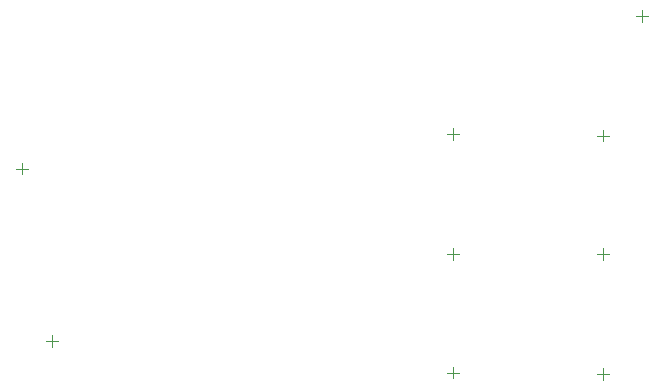
<source format=gbr>
G04*
G04 #@! TF.GenerationSoftware,Altium Limited,Altium Designer,23.10.1 (27)*
G04*
G04 Layer_Color=0*
%FSLAX42Y42*%
%MOMM*%
G71*
G04*
G04 #@! TF.SameCoordinates,D45A84C9-24EE-431E-81B0-E16C7BED9CBD*
G04*
G04*
G04 #@! TF.FilePolarity,Positive*
G04*
G01*
G75*
%ADD98C,0.10*%
D98*
X508Y-2349D02*
Y-2249D01*
X458Y-2299D02*
X558D01*
X5705Y-1005D02*
X5805D01*
X5755Y-1055D02*
Y-955D01*
X4153Y-4076D02*
Y-3976D01*
X4103Y-4026D02*
X4203D01*
X5423Y-2069D02*
Y-1969D01*
X5373Y-2019D02*
X5473D01*
X762Y-3809D02*
Y-3709D01*
X712Y-3759D02*
X812D01*
X4157Y-2058D02*
Y-1958D01*
X4107Y-2008D02*
X4207D01*
X4153Y-3074D02*
Y-2974D01*
X4103Y-3024D02*
X4203D01*
X5425Y-4090D02*
Y-3990D01*
X5375Y-4040D02*
X5475D01*
X5423Y-3073D02*
Y-2973D01*
X5373Y-3023D02*
X5473D01*
M02*

</source>
